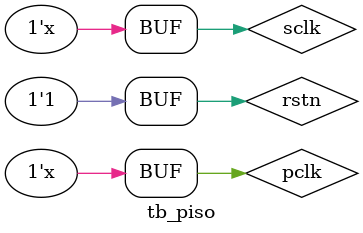
<source format=v>
`timescale 1ns / 1ps


module PISO(
input pclk,
input sclk,
input rst_n,
input [9:0] data_i,
output data_o
    );
    
    
    
       OSERDESE2 #(
      .DATA_RATE_OQ("DDR"),   // DDR, SDR:这里写成DDR代表双边沿发送
      .DATA_RATE_TQ("DDR"),   // DDR, BUF, SDR
      .DATA_WIDTH(10),         // Parallel data width (2-8,10,14)
      .INIT_OQ(1'b0),         // Initial value of OQ output (1'b0,1'b1)
      .INIT_TQ(1'b0),         // Initial value of TQ output (1'b0,1'b1)
      .SERDES_MODE("MASTER"), // MASTER, SLAVE
      .SRVAL_OQ(1'b0),        // OQ output value when SR is used (1'b0,1'b1)
      .SRVAL_TQ(1'b0),        // TQ output value when SR is used (1'b0,1'b1)
      .TBYTE_CTL("FALSE"),    // Enable tristate byte operation (FALSE, TRUE)
      .TBYTE_SRC("FALSE"),    // Tristate byte source (FALSE, TRUE)
      .TRISTATE_WIDTH(1)      // 3-state converter width (1,4)
   )
   OSERDESE2_inst0 (
      .OFB(),             // 1-bit output: Feedback path for data
      .OQ(data_o),               // 1-bit output: Data path output
      // SHIFTOUT1 / SHIFTOUT2: 1-bit (each) output: Data output expansion (1-bit each)
      .SHIFTOUT1(),
      .SHIFTOUT2(),
      .TBYTEOUT(),   // 1-bit output: Byte group tristate
      .TFB(),             // 1-bit output: 3-state control
      .TQ(),               // 1-bit output: 3-state control
      .CLK(sclk),             // 1-bit input: High speed clock
      .CLKDIV(pclk),       // 1-bit input: Divided clock
      // D1 - D8: 1-bit (each) input: Parallel data inputs (1-bit each)
      .D1(data_i[0]),
      .D2(data_i[1]),
      .D3(data_i[2]),
      .D4(data_i[3]),
      .D5(data_i[4]),
      .D6(data_i[5]),
      .D7(data_i[6]),
      .D8(data_i[7]),
      .OCE(1'b1),             // 1-bit input: Output data clock enable
      .RST(~rst_n),             // 1-bit input: Reset
      // SHIFTIN1 / SHIFTIN2: 1-bit (each) input: Data input expansion (1-bit each)
      .SHIFTIN1(SHIFTOUT1),
      .SHIFTIN2(SHIFTOUT2),
      // T1 - T4: 1-bit (each) input: Parallel 3-state inputs
      .T1(),
      .T2(),
      .T3(),
      .T4(),
      .TBYTEIN(),     // 1-bit input: Byte group tristate
      .TCE()              // 1-bit input: 3-state clock enable
   );
   
   
          OSERDESE2 #(
      .DATA_RATE_OQ("DDR"),   // DDR, SDR:这里写成DDR代表双边沿发送
      .DATA_RATE_TQ("DDR"),   // DDR, BUF, SDR
      .DATA_WIDTH(10),         // Parallel data width (2-8,10,14)
      .INIT_OQ(1'b0),         // Initial value of OQ output (1'b0,1'b1)
      .INIT_TQ(1'b0),         // Initial value of TQ output (1'b0,1'b1)
      .SERDES_MODE("SLAVE"), // 级联，上面作为主机下面作为从机
      .SRVAL_OQ(1'b0),        // OQ output value when SR is used (1'b0,1'b1)
      .SRVAL_TQ(1'b0),        // TQ output value when SR is used (1'b0,1'b1)
      .TBYTE_CTL("FALSE"),    // Enable tristate byte operation (FALSE, TRUE)
      .TBYTE_SRC("FALSE"),    // Tristate byte source (FALSE, TRUE)
      .TRISTATE_WIDTH(1)      // 3-state converter width (1,4)
   )
   OSERDESE2_inst1 (
      .OFB(),             // 1-bit output: Feedback path for data
      .OQ(),               // 1-bit output: Data path output
      // SHIFTOUT1 / SHIFTOUT2: 1-bit (each) output: Data output expansion (1-bit each)
      .SHIFTOUT1(SHIFTOUT1),
      .SHIFTOUT2(SHIFTOUT2),
      .TBYTEOUT(),   // 1-bit output: Byte group tristate
      .TFB(),             // 1-bit output: 3-state control
      .TQ(),               // 1-bit output: 3-state control
      .CLK(sclk),             // 1-bit input: High speed clock
      .CLKDIV(pclk),       // 1-bit input: Divided clock
      // D1 - D8: 1-bit (each) input: Parallel data inputs (1-bit each)
      .D1(),
      .D2(),
      .D3(data_i[8]),
      .D4(data_i[9]),
      .D5(),
      .D6(),
      .D7(),
      .D8(),
      .OCE(1'b1),             // 1-bit input: Output data clock enable
      .RST(~rst_n),             // 1-bit input: Reset
      // SHIFTIN1 / SHIFTIN2: 1-bit (each) input: Data input expansion (1-bit each)
      .SHIFTIN1(),
      .SHIFTIN2(),
      // T1 - T4: 1-bit (each) input: Parallel 3-state inputs
      .T1(),
      .T2(),
      .T3(),
      .T4(),
      .TBYTEIN(),     // 1-bit input: Byte group tristate
      .TCE()              // 1-bit input: 3-state clock enable
   );
    
endmodule




module tb_piso();

reg pclk;
reg sclk;
reg rstn;
reg [9:0] datain;
wire dataout;

initial begin
pclk = 0;
sclk = 0;
rstn = 0;
#100
rstn = 1;
end
always #20 pclk = ~pclk;
always #4 sclk = ~sclk;

always @(posedge pclk) begin
    if(~rstn)
        datain <= 10'b0;
    else
        datain <= datain + 1;
end

PISO piso_inst(
.pclk(pclk),
.sclk(sclk),
.rst_n(rstn),
.data_i(datain),
.data_o(dataout)
);
endmodule

</source>
